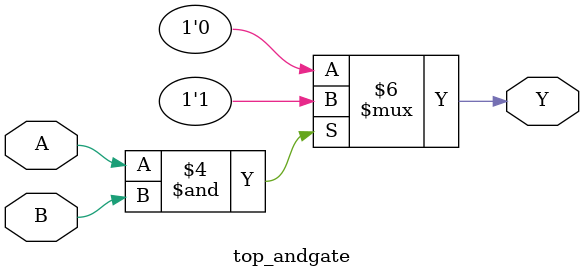
<source format=v>
module top_andgate(output reg Y, input A, B);
always @ (A or B) begin
    if (A == 1'b1 & B == 1'b1) begin
        Y = 1'b1;
    end
    else 
        Y = 1'b0; 
end
endmodule

</source>
